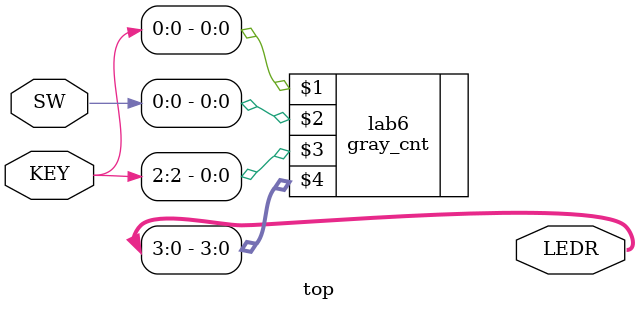
<source format=v>

module top (SW, KEY, LEDR);

    input wire [9:0] SW;        // DE-series switches
    input wire [3:0] KEY;       // DE-series pushbuttons

    output wire [9:0] LEDR;     // DE-series LEDs   

    gray_cnt lab6 (KEY[0], SW[0], KEY[2], LEDR[3:0]);
 
endmodule


</source>
